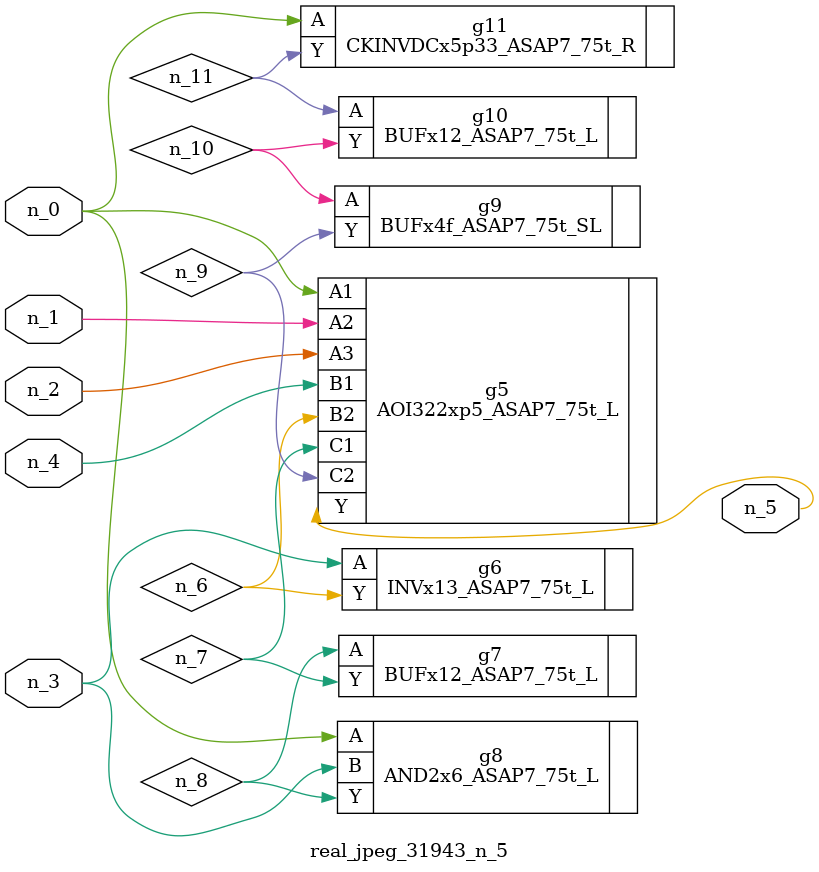
<source format=v>
module real_jpeg_31943_n_5 (n_4, n_0, n_1, n_2, n_3, n_5);

input n_4;
input n_0;
input n_1;
input n_2;
input n_3;

output n_5;

wire n_8;
wire n_11;
wire n_6;
wire n_7;
wire n_10;
wire n_9;

AOI322xp5_ASAP7_75t_L g5 ( 
.A1(n_0),
.A2(n_1),
.A3(n_2),
.B1(n_4),
.B2(n_6),
.C1(n_7),
.C2(n_9),
.Y(n_5)
);

AND2x6_ASAP7_75t_L g8 ( 
.A(n_0),
.B(n_3),
.Y(n_8)
);

CKINVDCx5p33_ASAP7_75t_R g11 ( 
.A(n_0),
.Y(n_11)
);

INVx13_ASAP7_75t_L g6 ( 
.A(n_3),
.Y(n_6)
);

BUFx12_ASAP7_75t_L g7 ( 
.A(n_8),
.Y(n_7)
);

BUFx4f_ASAP7_75t_SL g9 ( 
.A(n_10),
.Y(n_9)
);

BUFx12_ASAP7_75t_L g10 ( 
.A(n_11),
.Y(n_10)
);


endmodule
</source>
